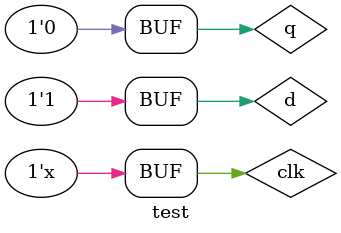
<source format=v>
module test();
    reg clk, d;
    wire q;

    d_flip_flop d1(clk, d, q);

    always #12 clk = ~clk;
    initial begin 
        clk = 0; d = 0; q = 0;

        $monitor("clk = %b, d = %b => q = %b", clk, d, q);
        #1 d = 0;
        #1 d = 0;
        #1 d = 0;
        #1 d = 1;
        #1 d = 1;
        #1 d = 1;
        #1 d = 0;
        #1 d = 0;
        #1 d = 0;
        #1 d = 1;
        #1 d = 1;
        #1 d = 1;

    end 

endmodule 
</source>
